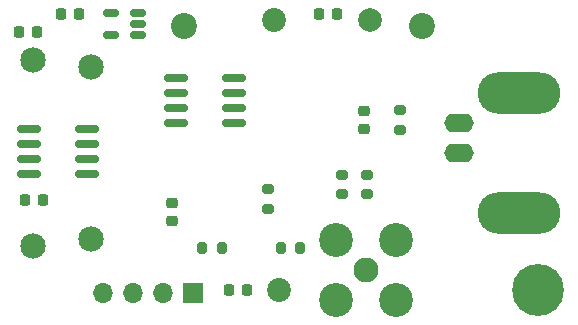
<source format=gbr>
%TF.GenerationSoftware,KiCad,Pcbnew,(6.0.4-0)*%
%TF.CreationDate,2023-05-17T14:52:11-05:00*%
%TF.ProjectId,voltage_sense,766f6c74-6167-4655-9f73-656e73652e6b,rev?*%
%TF.SameCoordinates,Original*%
%TF.FileFunction,Soldermask,Bot*%
%TF.FilePolarity,Negative*%
%FSLAX46Y46*%
G04 Gerber Fmt 4.6, Leading zero omitted, Abs format (unit mm)*
G04 Created by KiCad (PCBNEW (6.0.4-0)) date 2023-05-17 14:52:11*
%MOMM*%
%LPD*%
G01*
G04 APERTURE LIST*
G04 Aperture macros list*
%AMRoundRect*
0 Rectangle with rounded corners*
0 $1 Rounding radius*
0 $2 $3 $4 $5 $6 $7 $8 $9 X,Y pos of 4 corners*
0 Add a 4 corners polygon primitive as box body*
4,1,4,$2,$3,$4,$5,$6,$7,$8,$9,$2,$3,0*
0 Add four circle primitives for the rounded corners*
1,1,$1+$1,$2,$3*
1,1,$1+$1,$4,$5*
1,1,$1+$1,$6,$7*
1,1,$1+$1,$8,$9*
0 Add four rect primitives between the rounded corners*
20,1,$1+$1,$2,$3,$4,$5,0*
20,1,$1+$1,$4,$5,$6,$7,0*
20,1,$1+$1,$6,$7,$8,$9,0*
20,1,$1+$1,$8,$9,$2,$3,0*%
G04 Aperture macros list end*
%ADD10R,1.700000X1.700000*%
%ADD11O,1.700000X1.700000*%
%ADD12C,2.020000*%
%ADD13C,2.000000*%
%ADD14C,2.200000*%
%ADD15O,2.500000X1.600000*%
%ADD16O,7.000000X3.500000*%
%ADD17C,2.153200*%
%ADD18C,4.400000*%
%ADD19C,2.108200*%
%ADD20C,2.870200*%
%ADD21RoundRect,0.150000X0.512500X0.150000X-0.512500X0.150000X-0.512500X-0.150000X0.512500X-0.150000X0*%
%ADD22RoundRect,0.225000X0.225000X0.250000X-0.225000X0.250000X-0.225000X-0.250000X0.225000X-0.250000X0*%
%ADD23RoundRect,0.150000X0.825000X0.150000X-0.825000X0.150000X-0.825000X-0.150000X0.825000X-0.150000X0*%
%ADD24RoundRect,0.225000X-0.225000X-0.250000X0.225000X-0.250000X0.225000X0.250000X-0.225000X0.250000X0*%
%ADD25RoundRect,0.200000X-0.200000X-0.275000X0.200000X-0.275000X0.200000X0.275000X-0.200000X0.275000X0*%
%ADD26RoundRect,0.200000X0.275000X-0.200000X0.275000X0.200000X-0.275000X0.200000X-0.275000X-0.200000X0*%
%ADD27RoundRect,0.200000X-0.275000X0.200000X-0.275000X-0.200000X0.275000X-0.200000X0.275000X0.200000X0*%
%ADD28RoundRect,0.225000X0.250000X-0.225000X0.250000X0.225000X-0.250000X0.225000X-0.250000X-0.225000X0*%
%ADD29RoundRect,0.200000X0.200000X0.275000X-0.200000X0.275000X-0.200000X-0.275000X0.200000X-0.275000X0*%
G04 APERTURE END LIST*
D10*
%TO.C,J2*%
X16002000Y3111500D03*
D11*
X13462000Y3111500D03*
X10922000Y3111500D03*
X8382000Y3111500D03*
%TD*%
D12*
%TO.C,TP1*%
X23241000Y3365500D03*
%TD*%
D13*
%TO.C,TP9*%
X30988000Y26225500D03*
%TD*%
D14*
%TO.C,H7*%
X35407600Y25667500D03*
%TD*%
D15*
%TO.C,J5*%
X38501200Y14897100D03*
D16*
X43581200Y19977100D03*
D15*
X38501200Y17437100D03*
D16*
X43581200Y9817100D03*
%TD*%
D17*
%TO.C,J4*%
X7318000Y7697900D03*
X2418000Y7097900D03*
X7318000Y22197900D03*
X2418000Y22797900D03*
%TD*%
D18*
%TO.C,H3*%
X45212000Y3365500D03*
%TD*%
D12*
%TO.C,TP2*%
X22860000Y26225500D03*
%TD*%
D14*
%TO.C,H1*%
X15240000Y25667500D03*
%TD*%
D19*
%TO.C,J1*%
X30607000Y5016500D03*
D20*
X33156900Y7566400D03*
X33156900Y2466600D03*
X28057100Y2466600D03*
X28057100Y7566400D03*
%TD*%
D21*
%TO.C,U9*%
X11297500Y26794500D03*
X11297500Y25844500D03*
X11297500Y24894500D03*
X9022500Y24894500D03*
X9022500Y26794500D03*
%TD*%
D22*
%TO.C,C2*%
X2807000Y25209500D03*
X1257000Y25209500D03*
%TD*%
D23*
%TO.C,U6*%
X7047000Y16954500D03*
X7047000Y15684500D03*
X7047000Y14414500D03*
X7047000Y13144500D03*
X2097000Y13144500D03*
X2097000Y14414500D03*
X2097000Y15684500D03*
X2097000Y16954500D03*
%TD*%
D24*
%TO.C,C39*%
X1765000Y10985500D03*
X3315000Y10985500D03*
%TD*%
D25*
%TO.C,R3*%
X16764000Y6921500D03*
X18414000Y6921500D03*
%TD*%
D26*
%TO.C,R14*%
X30734000Y11430500D03*
X30734000Y13080500D03*
%TD*%
D27*
%TO.C,R9*%
X22352000Y11861300D03*
X22352000Y10211300D03*
%TD*%
D28*
%TO.C,C9*%
X30480000Y16941500D03*
X30480000Y18491500D03*
%TD*%
D22*
%TO.C,C13*%
X20587000Y3365500D03*
X19037000Y3365500D03*
%TD*%
D29*
%TO.C,R7*%
X25082000Y6921500D03*
X23432000Y6921500D03*
%TD*%
D27*
%TO.C,R8*%
X33528000Y18541500D03*
X33528000Y16891500D03*
%TD*%
D23*
%TO.C,U5*%
X19493000Y21272500D03*
X19493000Y20002500D03*
X19493000Y18732500D03*
X19493000Y17462500D03*
X14543000Y17462500D03*
X14543000Y18732500D03*
X14543000Y20002500D03*
X14543000Y21272500D03*
%TD*%
D26*
%TO.C,R5*%
X28575000Y11430500D03*
X28575000Y13080500D03*
%TD*%
D24*
%TO.C,C4*%
X4813000Y26733500D03*
X6363000Y26733500D03*
%TD*%
D28*
%TO.C,C3*%
X14224000Y9194500D03*
X14224000Y10744500D03*
%TD*%
D22*
%TO.C,C47*%
X28207000Y26733500D03*
X26657000Y26733500D03*
%TD*%
M02*

</source>
